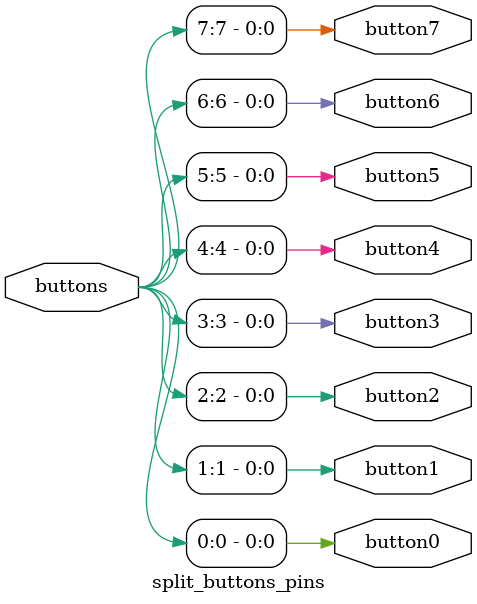
<source format=v>
`timescale 1ns / 1ps


module split_buttons_pins(
    input wire [7:0] buttons,
    
    output wire button0,
    output wire button1,
    output wire button2,
    output wire button3,
    output wire button4,
    output wire button5,
    output wire button6,
    output wire button7
    
    );
    
    assign button0 = buttons[0];
    assign button1 = buttons[1];
    assign button2 = buttons[2];
    assign button3 = buttons[3];
    assign button4 = buttons[4];
    assign button5 = buttons[5];
    assign button6 = buttons[6];
    assign button7 = buttons[7];
    
endmodule

</source>
